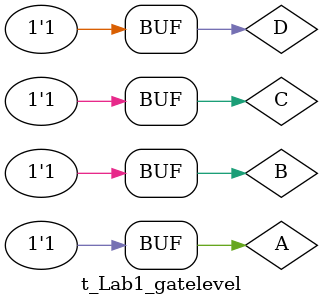
<source format=v>
module t_Lab1_gatelevel;
wire F;
reg A,B,C,D;
Lab1_gatelevel m1(F,A,B,C,D);
initial
    begin
        A=1'b0;B=1'b0;C=1'b0;D=1'b0;
	#50 A=1'b0;B=1'b0;C=1'b0;D=1'b1;
	#50 A=1'b0;B=1'b0;C=1'b1;D=1'b0;
	#50 A=1'b0;B=1'b0;C=1'b1;D=1'b1;
	#50 A=1'b0;B=1'b1;C=1'b0;D=1'b0;
	#50 A=1'b0;B=1'b1;C=1'b0;D=1'b1;
	#50 A=1'b0;B=1'b1;C=1'b1;D=1'b0;
	#50 A=1'b0;B=1'b1;C=1'b1;D=1'b1;
	#50 A=1'b1;B=1'b0;C=1'b0;D=1'b0;
	#50 A=1'b1;B=1'b0;C=1'b0;D=1'b1;
	#50 A=1'b1;B=1'b0;C=1'b1;D=1'b0;
	#50 A=1'b1;B=1'b0;C=1'b1;D=1'b1;
	#50 A=1'b1;B=1'b1;C=1'b0;D=1'b0;
	#50 A=1'b1;B=1'b1;C=1'b0;D=1'b1;
	#50 A=1'b1;B=1'b1;C=1'b1;D=1'b0;
	#50 A=1'b1;B=1'b1;C=1'b1;D=1'b1;
    end
endmodule

</source>
